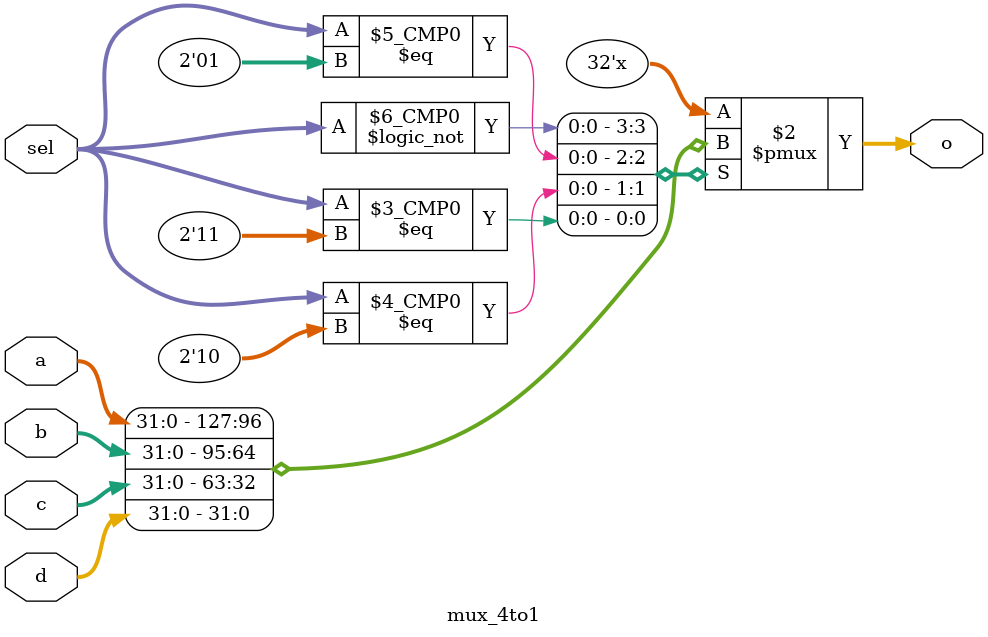
<source format=sv>
module mux_4to1  #(
    parameter DATA_WIDTH = 32
)(
    input [DATA_WIDTH-1:0]a,
    input [DATA_WIDTH-1:0]b,
    input [DATA_WIDTH-1:0]c,
    input [DATA_WIDTH-1:0]d,

    input [1:0]sel,

    output reg [DATA_WIDTH-1:0]o
);

always @ (*) begin
    case (sel)
        2'b00: o <= a;
        2'b01: o <= b;
        2'b10: o <= c;
        2'b11: o <= d;
    endcase
end

endmodule
</source>
